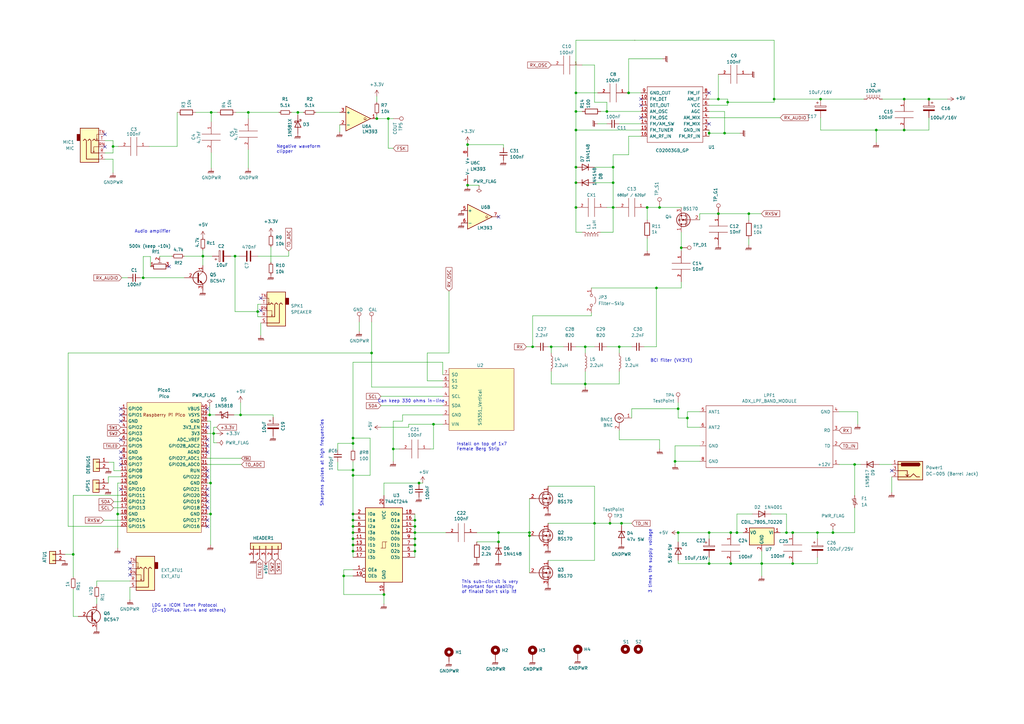
<source format=kicad_sch>
(kicad_sch (version 20211123) (generator eeschema)
  (paper "A3")
  (title_block (title "PDX++ - Pi Pico based DIGITAL MODES HF Transceiver") (date "2022-11-22") (rev "v0.2") (company "WB2CBA, VU3CER"))
  (junction (at 307.1368 87.63))
  (junction (at 290.83 218.44))
  (junction (at 30.0228 227.3808))
  (junction (at 170.18 223.52))
  (junction (at 322.58 218.44))
  (junction (at 144.78 213.36))
  (junction (at 236.22 85.09))
  (junction (at 170.18 226.06))
  (junction (at 144.78 181.864))
  (junction (at 281.94 171.45))
  (junction (at 236.22 53.34))
  (junction (at 218.44 142.24))
  (junction (at 86.36 210.82))
  (junction (at 46.355 60.071))
  (junction (at 248.92 45.72))
  (junction (at 217.17 219.71))
  (junction (at 341.63 218.44))
  (junction (at 170.18 215.9))
  (junction (at 170.18 213.36))
  (junction (at 240.03 157.48))
  (junction (at 86.36 198.12))
  (junction (at 276.86 189.23))
  (junction (at 226.06 142.24))
  (junction (at 171.8564 198.12))
  (junction (at 312.42 231.14))
  (junction (at 325.12 231.14))
  (junction (at 83.2104 105.0544))
  (junction (at 157.48 243.84))
  (junction (at 251.46 68.58))
  (junction (at 191.77 59.309))
  (junction (at 217.17 218.44))
  (junction (at 251.46 74.93))
  (junction (at 297.18 54.61))
  (junction (at 254.9144 214.63))
  (junction (at 350.52 190.5))
  (junction (at 154.559 48.641))
  (junction (at 236.22 45.72))
  (junction (at 265.43 85.09))
  (junction (at 240.03 142.24))
  (junction (at 204.47 222.25))
  (junction (at 251.46 85.09))
  (junction (at 325.12 218.44))
  (junction (at 254 142.24))
  (junction (at 298.45 41.91))
  (junction (at 317.5 40.64))
  (junction (at 48.26 210.82))
  (junction (at 370.84 53.34))
  (junction (at 278.13 167.64))
  (junction (at 98.6536 170.18))
  (junction (at 381 40.64))
  (junction (at 370.84 40.64))
  (junction (at 87.63 177.8))
  (junction (at 236.22 74.93))
  (junction (at 144.78 192.786))
  (junction (at 279.4 101.6))
  (junction (at 250.19 214.63))
  (junction (at 144.78 218.44))
  (junction (at 302.26 218.44))
  (junction (at 96.393 105.0544))
  (junction (at 236.22 38.1))
  (junction (at 161.29 184.15))
  (junction (at 85.979 170.18))
  (junction (at 335.28 218.44))
  (junction (at 243.84 214.63))
  (junction (at 170.18 220.98))
  (junction (at 122.174 46.101))
  (junction (at 177.8 173.99))
  (junction (at 144.78 179.6796))
  (junction (at 299.72 218.44))
  (junction (at 299.72 231.14))
  (junction (at 191.77 75.946))
  (junction (at 294.64 40.64))
  (junction (at 278.13 218.44))
  (junction (at 144.78 210.82))
  (junction (at 144.78 215.9))
  (junction (at 105.6894 127.7874))
  (junction (at 236.22 68.58))
  (junction (at 144.78 194.9704))
  (junction (at 359.41 53.34))
  (junction (at 336.55 40.64))
  (junction (at 152.4 144.78))
  (junction (at 290.83 231.14))
  (junction (at 140.97 236.22))
  (junction (at 86.614 46.101))
  (junction (at 170.18 218.44))
  (junction (at 290.83 54.61))
  (junction (at 257.81 38.1))
  (junction (at 101.854 46.101))
  (junction (at 144.78 223.52))
  (junction (at 294.64 87.63))
  (junction (at 269.24 118.11))
  (junction (at 270.51 85.09))
  (junction (at 58.7248 113.9444))
  (junction (at 159.258 48.641))
  (junction (at 144.78 226.06))
  (junction (at 144.78 220.98))
  (junction (at 204.47 218.44))
  (no_connect (at 49.53 172.72))
  (no_connect (at 106.9594 127.381))
  (no_connect (at 262.89 40.64))
  (no_connect (at 262.89 43.18))
  (no_connect (at 262.89 48.26))
  (no_connect (at 290.83 38.1))
  (no_connect (at 53.2892 235.7628))
  (no_connect (at 85.09 175.26))
  (no_connect (at 85.09 180.34))
  (no_connect (at 85.09 193.04))
  (no_connect (at 49.53 180.34))
  (no_connect (at 49.53 187.96))
  (no_connect (at 49.53 190.5))
  (no_connect (at 106.9594 122.301))
  (no_connect (at 53.2892 230.6828))
  (no_connect (at 43.053 55.118))
  (no_connect (at 85.09 185.42))
  (no_connect (at 49.53 167.64))
  (no_connect (at 85.09 167.64))
  (no_connect (at 85.09 203.2))
  (no_connect (at 85.09 200.66))
  (no_connect (at 85.09 195.58))
  (no_connect (at 365.76 193.04))
  (no_connect (at 49.53 200.66))
  (no_connect (at 204.47 88.9))
  (no_connect (at 85.09 182.88))
  (no_connect (at 85.09 205.74))
  (no_connect (at 85.09 208.28))
  (no_connect (at 290.83 50.8))
  (no_connect (at 49.53 170.18))
  (no_connect (at 43.053 60.198))
  (no_connect (at 85.09 213.36))
  (no_connect (at 85.09 215.9))
  (no_connect (at 49.53 185.42))
  (no_connect (at 69.342 109.3216))
  (no_connect (at 53.2892 233.2228))
  (wire (pts (xy 157.48 243.84) (xy 157.48 247.65)))
  (wire (pts (xy 226.06 152.4) (xy 226.06 157.48)))
  (wire (pts (xy 161.29 172.72) (xy 161.29 184.15)))
  (wire (pts (xy 144.78 220.98) (xy 144.78 223.52)))
  (wire (pts (xy 85.09 172.72) (xy 86.36 172.72)))
  (wire (pts (xy 251.46 85.09) (xy 251.46 74.93)))
  (wire (pts (xy 246.38 45.72) (xy 248.92 45.72)))
  (wire (pts (xy 204.47 218.44) (xy 217.17 218.44)))
  (wire (pts (xy 259.08 171.45) (xy 259.08 167.64)))
  (wire (pts (xy 290.83 231.14) (xy 290.83 228.6)))
  (wire (pts (xy 236.22 85.09) (xy 236.22 95.25)))
  (wire (pts (xy 294.64 30.48) (xy 294.64 40.64)))
  (wire (pts (xy 243.84 68.58) (xy 251.46 68.58)))
  (wire (pts (xy 191.77 75.946) (xy 196.469 75.946)))
  (wire (pts (xy 112.014 171.0944) (xy 112.014 170.18)))
  (wire (pts (xy 138.557 189.484) (xy 138.557 192.786)))
  (wire (pts (xy 243.84 199.39) (xy 243.84 214.63)))
  (wire (pts (xy 243.84 41.91) (xy 248.92 41.91)))
  (wire (pts (xy 297.18 54.61) (xy 290.83 54.61)))
  (wire (pts (xy 154.559 46.99) (xy 154.559 48.641)))
  (wire (pts (xy 320.04 218.44) (xy 322.58 218.44)))
  (wire (pts (xy 75.5904 105.0544) (xy 83.2104 105.0544)))
  (wire (pts (xy 170.18 220.98) (xy 170.18 223.52)))
  (wire (pts (xy 30.0228 203.2) (xy 30.0228 227.3808)))
  (wire (pts (xy 154.559 39.497) (xy 154.559 41.91)))
  (wire (pts (xy 181.61 170.18) (xy 165.1 170.18)))
  (wire (pts (xy 238.76 45.72) (xy 236.22 45.72)))
  (wire (pts (xy 65.532 105.0544) (xy 65.532 105.5116)))
  (wire (pts (xy 254.9144 215.4428) (xy 254.9144 214.63)))
  (wire (pts (xy 44.45 195.58) (xy 44.45 198.12)))
  (wire (pts (xy 85.09 198.12) (xy 86.36 198.12)))
  (wire (pts (xy 246.38 95.25) (xy 251.46 95.25)))
  (wire (pts (xy 58.7248 113.9444) (xy 75.5904 113.9444)))
  (wire (pts (xy 381 40.64) (xy 388.62 40.64)))
  (wire (pts (xy 96.774 46.101) (xy 101.854 46.101)))
  (wire (pts (xy 159.258 60.833) (xy 161.29 60.833)))
  (wire (pts (xy 191.77 59.309) (xy 206.502 59.309)))
  (wire (pts (xy 85.09 187.96) (xy 99.06 187.96)))
  (wire (pts (xy 46.355 65.278) (xy 46.355 70.866)))
  (wire (pts (xy 281.94 168.91) (xy 287.02 168.91)))
  (wire (pts (xy 238.76 26.67) (xy 243.84 26.67)))
  (wire (pts (xy 270.51 184.15) (xy 270.51 180.34)))
  (wire (pts (xy 317.5 16.51) (xy 317.5 40.64)))
  (wire (pts (xy 365.76 195.58) (xy 365.76 201.93)))
  (wire (pts (xy 144.78 148.59) (xy 144.78 179.6796)))
  (wire (pts (xy 269.24 118.11) (xy 279.4 118.11)))
  (wire (pts (xy 173.3804 198.0184) (xy 173.3804 198.12)))
  (wire (pts (xy 171.8564 198.12) (xy 173.3804 198.12)))
  (wire (pts (xy 27.94 144.78) (xy 152.4 144.78)))
  (wire (pts (xy 181.61 158.75) (xy 152.4 158.75)))
  (wire (pts (xy 269.24 118.11) (xy 269.24 142.24)))
  (wire (pts (xy 317.5 40.64) (xy 336.55 40.64)))
  (wire (pts (xy 85.09 177.8) (xy 87.63 177.8)))
  (wire (pts (xy 281.94 171.45) (xy 278.13 171.45)))
  (wire (pts (xy 191.77 75.692) (xy 191.77 75.946)))
  (wire (pts (xy 96.393 105.0544) (xy 98.171 105.0544)))
  (wire (pts (xy 243.84 214.63) (xy 243.84 229.87)))
  (wire (pts (xy 344.17 190.5) (xy 350.52 190.5)))
  (wire (pts (xy 254 50.8) (xy 262.89 50.8)))
  (wire (pts (xy 83.2104 102.5144) (xy 83.2104 105.0544)))
  (wire (pts (xy 281.94 168.91) (xy 281.94 171.45)))
  (wire (pts (xy 49.53 198.12) (xy 48.26 198.12)))
  (wire (pts (xy 217.17 218.44) (xy 217.17 219.71)))
  (wire (pts (xy 86.614 46.101) (xy 86.614 49.911)))
  (wire (pts (xy 317.5 40.64) (xy 317.5 41.91)))
  (wire (pts (xy 163.83 184.15) (xy 161.29 184.15)))
  (wire (pts (xy 270.51 85.09) (xy 265.43 85.09)))
  (wire (pts (xy 39.6748 238.3028) (xy 39.6748 240.2332)))
  (wire (pts (xy 86.36 210.82) (xy 86.36 223.52)))
  (wire (pts (xy 30.0228 203.2) (xy 49.53 203.2)))
  (wire (pts (xy 218.44 129.54) (xy 242.57 129.54)))
  (wire (pts (xy 312.42 231.14) (xy 299.72 231.14)))
  (wire (pts (xy 30.0228 252.8316) (xy 32.0548 252.8316)))
  (wire (pts (xy 106.9594 124.841) (xy 105.6894 124.841)))
  (wire (pts (xy 144.78 179.6796) (xy 151.7904 179.6796)))
  (wire (pts (xy 144.78 148.59) (xy 181.61 148.59)))
  (wire (pts (xy 138.557 192.786) (xy 144.78 192.786)))
  (wire (pts (xy 278.13 231.14) (xy 290.83 231.14)))
  (wire (pts (xy 287.02 87.63) (xy 294.64 87.63)))
  (wire (pts (xy 312.42 226.06) (xy 312.42 231.14)))
  (wire (pts (xy 157.48 198.12) (xy 157.48 203.2)))
  (wire (pts (xy 290.83 218.44) (xy 299.72 218.44)))
  (wire (pts (xy 336.55 53.34) (xy 359.41 53.34)))
  (wire (pts (xy 336.55 40.64) (xy 354.33 40.64)))
  (wire (pts (xy 43.053 57.658) (xy 46.355 57.658)))
  (wire (pts (xy 144.78 233.68) (xy 140.97 233.68)))
  (wire (pts (xy 46.355 60.071) (xy 48.514 60.071)))
  (wire (pts (xy 144.78 215.9) (xy 144.78 213.36)))
  (wire (pts (xy 278.13 167.64) (xy 278.13 171.45)))
  (wire (pts (xy 46.355 60.071) (xy 46.355 62.738)))
  (wire (pts (xy 370.84 40.64) (xy 381 40.64)))
  (wire (pts (xy 279.4 115.57) (xy 279.4 118.11)))
  (wire (pts (xy 236.22 53.34) (xy 236.22 45.72)))
  (wire (pts (xy 195.58 218.44) (xy 204.47 218.44)))
  (wire (pts (xy 254.9144 214.63) (xy 259.08 214.63)))
  (wire (pts (xy 85.09 210.82) (xy 86.36 210.82)))
  (wire (pts (xy 265.43 97.79) (xy 265.43 102.87)))
  (wire (pts (xy 240.03 142.24) (xy 243.84 142.24)))
  (wire (pts (xy 204.47 222.25) (xy 195.58 222.25)))
  (wire (pts (xy 87.63 177.8) (xy 87.63 181.61)))
  (wire (pts (xy 236.22 68.58) (xy 236.22 53.34)))
  (wire (pts (xy 72.644 46.101) (xy 72.644 60.071)))
  (wire (pts (xy 254 152.4) (xy 254 157.48)))
  (wire (pts (xy 248.92 142.24) (xy 254 142.24)))
  (wire (pts (xy 122.174 47.117) (xy 122.174 46.101)))
  (wire (pts (xy 276.86 189.23) (xy 276.86 190.5)))
  (wire (pts (xy 236.22 142.24) (xy 240.03 142.24)))
  (wire (pts (xy 215.9 142.24) (xy 218.44 142.24)))
  (wire (pts (xy 224.79 214.63) (xy 243.84 214.63)))
  (wire (pts (xy 302.26 218.44) (xy 304.8 218.44)))
  (wire (pts (xy 43.053 65.278) (xy 46.355 65.278)))
  (wire (pts (xy 242.57 129.54) (xy 242.57 128.27)))
  (wire (pts (xy 61.722 109.3216) (xy 61.722 105.2068)))
  (wire (pts (xy 307.1368 97.9424) (xy 307.1368 100.4824)))
  (wire (pts (xy 87.63 177.8) (xy 87.63 175.26)))
  (wire (pts (xy 276.86 182.88) (xy 276.86 189.23)))
  (wire (pts (xy 94.6404 105.0544) (xy 96.393 105.0544)))
  (wire (pts (xy 86.36 198.12) (xy 86.36 210.82)))
  (wire (pts (xy 360.68 190.5) (xy 365.76 190.5)))
  (wire (pts (xy 144.78 210.82) (xy 144.78 213.36)))
  (wire (pts (xy 281.94 175.26) (xy 287.02 175.26)))
  (wire (pts (xy 191.77 58.674) (xy 191.77 59.309)))
  (wire (pts (xy 359.41 58.42) (xy 359.41 53.34)))
  (wire (pts (xy 290.83 43.18) (xy 298.45 43.18)))
  (wire (pts (xy 322.58 210.82) (xy 322.58 218.44)))
  (wire (pts (xy 157.48 198.12) (xy 171.8564 198.12)))
  (wire (pts (xy 161.3408 48.641) (xy 159.258 48.641)))
  (wire (pts (xy 167.64 175.26) (xy 167.64 173.99)))
  (wire (pts (xy 370.84 40.64) (xy 361.95 40.64)))
  (wire (pts (xy 58.7248 105.2068) (xy 58.7248 113.9444)))
  (wire (pts (xy 303.53 54.61) (xy 297.18 54.61)))
  (wire (pts (xy 335.28 231.14) (xy 325.12 231.14)))
  (wire (pts (xy 154.559 48.641) (xy 159.258 48.641)))
  (wire (pts (xy 254 176.53) (xy 254 180.34)))
  (wire (pts (xy 290.83 45.72) (xy 297.18 45.72)))
  (wire (pts (xy 279.4 85.09) (xy 270.51 85.09)))
  (wire (pts (xy 26.67 227.3808) (xy 30.0228 227.3808)))
  (wire (pts (xy 48.26 210.82) (xy 49.53 210.82)))
  (wire (pts (xy 96.393 127.7874) (xy 105.6894 127.7874)))
  (wire (pts (xy 52.4764 113.9444) (xy 49.9364 113.9444)))
  (wire (pts (xy 344.17 168.91) (xy 351.79 168.91)))
  (wire (pts (xy 335.28 218.44) (xy 341.63 218.44)))
  (wire (pts (xy 48.26 198.12) (xy 48.26 210.82)))
  (wire (pts (xy 294.64 87.63) (xy 307.1368 87.63)))
  (wire (pts (xy 95.9612 170.18) (xy 98.6536 170.18)))
  (wire (pts (xy 279.4 101.6) (xy 279.4 102.87)))
  (wire (pts (xy 287.02 87.63) (xy 287.02 90.17)))
  (wire (pts (xy 335.28 228.6) (xy 335.28 231.14)))
  (wire (pts (xy 165.1 170.18) (xy 165.1 172.72)))
  (wire (pts (xy 278.13 222.25) (xy 278.13 218.44)))
  (wire (pts (xy 217.17 219.71) (xy 217.17 234.95)))
  (wire (pts (xy 240.03 142.24) (xy 240.03 144.78)))
  (wire (pts (xy 170.18 220.98) (xy 170.18 218.44)))
  (wire (pts (xy 144.78 194.9704) (xy 151.7904 194.9704)))
  (wire (pts (xy 144.78 194.9704) (xy 144.78 210.82)))
  (wire (pts (xy 129.54 46.101) (xy 139.319 46.101)))
  (wire (pts (xy 106.9594 129.921) (xy 105.6894 129.921)))
  (wire (pts (xy 248.92 85.09) (xy 251.46 85.09)))
  (wire (pts (xy 86.614 46.101) (xy 89.154 46.101)))
  (wire (pts (xy 299.72 231.14) (xy 290.83 231.14)))
  (wire (pts (xy 191.77 59.309) (xy 191.77 60.452)))
  (wire (pts (xy 46.7106 193.04) (xy 46.7106 189.5602)))
  (wire (pts (xy 53.2892 238.3028) (xy 39.6748 238.3028)))
  (wire (pts (xy 85.09 170.18) (xy 85.979 170.18)))
  (wire (pts (xy 106.9594 132.461) (xy 106.9594 137.541)))
  (wire (pts (xy 381 48.26) (xy 381 53.34)))
  (wire (pts (xy 297.18 45.72) (xy 297.18 54.61)))
  (wire (pts (xy 65.532 105.0544) (xy 70.5104 105.0544)))
  (wire (pts (xy 144.78 179.6796) (xy 144.78 181.864)))
  (wire (pts (xy 48.26 210.82) (xy 48.26 224.79)))
  (wire (pts (xy 251.46 74.93) (xy 251.46 68.58)))
  (wire (pts (xy 251.46 68.58) (xy 251.46 63.5)))
  (wire (pts (xy 370.84 53.34) (xy 381 53.34)))
  (wire (pts (xy 182.88 218.44) (xy 170.18 218.44)))
  (wire (pts (xy 242.57 118.11) (xy 269.24 118.11)))
  (wire (pts (xy 144.78 215.9) (xy 144.78 218.44)))
  (wire (pts (xy 370.84 53.34) (xy 359.41 53.34)))
  (wire (pts (xy 156.21 162.56) (xy 181.61 162.56)))
  (wire (pts (xy 204.47 218.44) (xy 204.47 222.25)))
  (wire (pts (xy 44.45 195.58) (xy 49.53 195.58)))
  (wire (pts (xy 278.13 218.44) (xy 290.83 218.44)))
  (wire (pts (xy 278.13 229.87) (xy 278.13 231.14)))
  (wire (pts (xy 147.32 132.08) (xy 147.32 135.89)))
  (wire (pts (xy 243.84 229.87) (xy 224.79 229.87)))
  (wire (pts (xy 144.78 220.98) (xy 144.78 218.44)))
  (wire (pts (xy 170.18 215.9) (xy 170.18 218.44)))
  (wire (pts (xy 243.84 214.63) (xy 250.19 214.63)))
  (wire (pts (xy 350.52 190.5) (xy 350.52 203.2)))
  (wire (pts (xy 279.4 95.25) (xy 279.4 101.6)))
  (wire (pts (xy 86.36 172.72) (xy 86.36 198.12)))
  (wire (pts (xy 250.19 214.63) (xy 254.9144 214.63)))
  (wire (pts (xy 290.83 53.34) (xy 290.83 54.61)))
  (wire (pts (xy 259.08 167.64) (xy 278.13 167.64)))
  (wire (pts (xy 226.06 144.78) (xy 226.06 142.24)))
  (wire (pts (xy 156.21 175.26) (xy 167.64 175.26)))
  (wire (pts (xy 196.469 75.946) (xy 196.469 76.327)))
  (wire (pts (xy 312.42 231.14) (xy 325.12 231.14)))
  (wire (pts (xy 191.77 75.946) (xy 191.77 76.327)))
  (wire (pts (xy 85.979 166.497) (xy 85.979 170.18)))
  (wire (pts (xy 236.22 38.1) (xy 245.11 38.1)))
  (wire (pts (xy 98.6536 165.1) (xy 98.6536 170.18)))
  (wire (pts (xy 254 142.24) (xy 254 144.78)))
  (wire (pts (xy 265.43 90.17) (xy 265.43 85.09)))
  (wire (pts (xy 245.11 50.8) (xy 248.92 50.8)))
  (wire (pts (xy 248.92 41.91) (xy 248.92 45.72)))
  (wire (pts (xy 299.72 218.44) (xy 302.26 218.44)))
  (wire (pts (xy 138.557 181.864) (xy 144.78 181.864)))
  (wire (pts (xy 46.355 57.658) (xy 46.355 60.071)))
  (wire (pts (xy 111.125 101.2444) (xy 111.125 107.5944)))
  (wire (pts (xy 27.94 144.78) (xy 27.94 215.9)))
  (wire (pts (xy 218.44 142.24) (xy 218.44 129.54)))
  (wire (pts (xy 298.45 40.64) (xy 294.64 40.64)))
  (wire (pts (xy 39.6748 245.3132) (xy 39.6748 247.7516)))
  (wire (pts (xy 298.45 40.64) (xy 298.45 41.91)))
  (wire (pts (xy 46.5328 208.28) (xy 49.53 208.28)))
  (wire (pts (xy 257.81 55.88) (xy 262.89 55.88)))
  (wire (pts (xy 152.4 144.78) (xy 152.4 158.75)))
  (wire (pts (xy 144.78 192.786) (xy 144.78 194.9704)))
  (wire (pts (xy 96.393 105.0544) (xy 96.393 127.7874)))
  (wire (pts (xy 181.61 148.59) (xy 181.61 153.67)))
  (wire (pts (xy 140.97 236.22) (xy 140.97 243.84)))
  (wire (pts (xy 307.1368 90.3224) (xy 307.1368 87.63)))
  (wire (pts (xy 175.26 144.78) (xy 175.26 156.21)))
  (wire (pts (xy 290.83 55.88) (xy 290.83 54.61)))
  (wire (pts (xy 177.8 184.15) (xy 177.8 173.99)))
  (wire (pts (xy 159.258 48.641) (xy 159.258 60.833)))
  (wire (pts (xy 307.1368 87.63) (xy 312.2676 87.63)))
  (wire (pts (xy 144.78 181.864) (xy 144.78 184.277)))
  (wire (pts (xy 262.89 38.1) (xy 257.81 38.1)))
  (wire (pts (xy 336.55 48.26) (xy 336.55 53.34)))
  (wire (pts (xy 61.722 105.2068) (xy 58.7248 105.2068)))
  (wire (pts (xy 264.16 142.24) (xy 269.24 142.24)))
  (wire (pts (xy 240.03 157.48) (xy 240.03 152.4)))
  (wire (pts (xy 30.0228 241.7572) (xy 30.0228 252.8316)))
  (wire (pts (xy 325.12 218.44) (xy 335.28 218.44)))
  (wire (pts (xy 118.3894 102.9208) (xy 118.3894 105.0544)))
  (wire (pts (xy 87.63 181.61) (xy 88.9 181.61)))
  (wire (pts (xy 144.78 226.06) (xy 144.78 228.6)))
  (wire (pts (xy 236.22 45.72) (xy 236.22 38.1)))
  (wire (pts (xy 243.84 26.67) (xy 243.84 41.91)))
  (wire (pts (xy 254 157.48) (xy 240.03 157.48)))
  (wire (pts (xy 43.053 62.738) (xy 46.355 62.738)))
  (wire (pts (xy 312.42 236.22) (xy 312.42 231.14)))
  (wire (pts (xy 170.18 215.9) (xy 170.18 213.36)))
  (wire (pts (xy 206.502 60.579) (xy 206.502 59.309)))
  (wire (pts (xy 140.97 233.68) (xy 140.97 236.22)))
  (wire (pts (xy 122.174 46.101) (xy 124.46 46.101)))
  (wire (pts (xy 101.854 61.341) (xy 101.854 68.961)))
  (wire (pts (xy 85.09 190.5) (xy 99.06 190.5)))
  (wire (pts (xy 236.22 85.09) (xy 236.22 74.93)))
  (wire (pts (xy 351.79 168.91) (xy 351.79 173.99)))
  (wire (pts (xy 278.13 165.1) (xy 278.13 167.64)))
  (wire (pts (xy 152.4 132.08) (xy 152.4 144.78)))
  (wire (pts (xy 42.5196 213.36) (xy 49.53 213.36)))
  (wire (pts (xy 251.46 63.5) (xy 257.81 63.5)))
  (wire (pts (xy 87.63 177.8) (xy 88.9 177.8)))
  (wire (pts (xy 53.2892 240.8428) (xy 53.2892 245.9228)))
  (wire (pts (xy 236.22 74.93) (xy 236.22 68.58)))
  (wire (pts (xy 317.5 41.91) (xy 298.45 41.91)))
  (wire (pts (xy 257.81 63.5) (xy 257.81 55.88)))
  (wire (pts (xy 350.52 208.28) (xy 350.52 218.44)))
  (wire (pts (xy 290.83 220.98) (xy 290.83 218.44)))
  (wire (pts (xy 238.76 95.25) (xy 236.22 95.25)))
  (wire (pts (xy 287.02 182.88) (xy 276.86 182.88)))
  (wire (pts (xy 176.53 184.15) (xy 177.8 184.15)))
  (wire (pts (xy 151.7904 179.6796) (xy 151.7904 194.9704)))
  (wire (pts (xy 86.614 62.611) (xy 86.614 68.961)))
  (wire (pts (xy 138.557 184.404) (xy 138.557 181.864)))
  (wire (pts (xy 243.84 74.93) (xy 251.46 74.93)))
  (wire (pts (xy 287.02 189.23) (xy 276.86 189.23)))
  (wire (pts (xy 165.1 172.72) (xy 161.29 172.72)))
  (wire (pts (xy 281.94 171.45) (xy 281.94 175.26)))
  (wire (pts (xy 226.06 142.24) (xy 231.14 142.24)))
  (wire (pts (xy 240.03 157.48) (xy 240.03 158.75)))
  (wire (pts (xy 224.79 142.24) (xy 226.06 142.24)))
  (wire (pts (xy 335.28 220.98) (xy 335.28 218.44)))
  (wire (pts (xy 177.8 173.99) (xy 181.61 173.99)))
  (wire (pts (xy 175.26 156.21) (xy 181.61 156.21)))
  (wire (pts (xy 298.45 41.91) (xy 298.45 43.18)))
  (wire (pts (xy 139.319 51.181) (xy 139.319 54.102)))
  (wire (pts (xy 87.63 175.26) (xy 88.9 175.26)))
  (wire (pts (xy 251.46 85.09) (xy 251.46 95.25)))
  (wire (pts (xy 254 180.34) (xy 270.51 180.34)))
  (wire (pts (xy 156.21 166.37) (xy 181.61 166.37)))
  (wire (pts (xy 290.83 48.26) (xy 320.04 48.26)))
  (wire (pts (xy 161.29 184.15) (xy 161.29 189.23)))
  (wire (pts (xy 170.18 226.06) (xy 170.18 223.52)))
  (wire (pts (xy 251.46 85.09) (xy 252.73 85.09)))
  (wire (pts (xy 350.52 190.5) (xy 353.06 190.5)))
  (wire (pts (xy 302.26 218.44) (xy 302.26 210.82)))
  (wire (pts (xy 171.8564 198.7296) (xy 171.8564 198.12)))
  (wire (pts (xy 101.854 46.101) (xy 114.427 46.101)))
  (wire (pts (xy 294.64 40.64) (xy 290.83 40.64)))
  (wire (pts (xy 254 142.24) (xy 259.08 142.24)))
  (wire (pts (xy 248.92 45.72) (xy 262.89 45.72)))
  (wire (pts (xy 236.22 53.34) (xy 262.89 53.34)))
  (wire (pts (xy 105.6894 124.841) (xy 105.6894 127.7874)))
  (wire (pts (xy 170.18 226.06) (xy 170.18 228.6)))
  (wire (pts (xy 85.979 170.18) (xy 88.3412 170.18)))
  (wire (pts (xy 105.6894 127.7874) (xy 105.6894 129.921)))
  (wire (pts (xy 224.79 199.39) (xy 243.84 199.39)))
  (wire (pts (xy 226.06 157.48) (xy 240.03 157.48)))
  (wire (pts (xy 30.0228 227.3808) (xy 30.0228 236.6772)))
  (wire (pts (xy 61.214 60.071) (xy 72.644 60.071)))
  (wire (pts (xy 184.15 144.78) (xy 184.15 119.38)))
  (wire (pts (xy 322.58 218.44) (xy 325.12 218.44)))
  (wire (pts (xy 341.63 217.17) (xy 341.63 218.44)))
  (wire (pts (xy 218.44 142.24) (xy 219.71 142.24)))
  (wire (pts (xy 236.22 38.1) (xy 236.22 16.51)))
  (wire (pts (xy 105.791 105.0544) (xy 118.3894 105.0544)))
  (wire (pts (xy 236.22 16.51) (xy 317.5 16.51)))
  (wire (pts (xy 175.26 144.78) (xy 184.15 144.78)))
  (wire (pts (xy 122.174 46.101) (xy 119.507 46.101)))
  (wire (pts (xy 257.81 24.13) (xy 271.78 24.13)))
  (wire (pts (xy 83.2104 105.0544) (xy 83.2104 108.8644)))
  (wire (pts (xy 144.78 223.52) (xy 144.78 226.06)))
  (wire (pts (xy 140.97 243.84) (xy 157.48 243.84)))
  (wire (pts (xy 167.64 173.99) (xy 177.8 173.99)))
  (wire (pts (xy 257.81 38.1) (xy 257.81 24.13)))
  (wire (pts (xy 86.614 46.101) (xy 80.264 46.101)))
  (wire (pts (xy 341.63 218.44) (xy 350.52 218.44)))
  (wire (pts (xy 170.18 210.82) (xy 170.18 213.36)))
  (wire (pts (xy 98.6536 170.18) (xy 112.014 170.18)))
  (wire (pts (xy 144.78 189.357) (xy 144.78 192.786)))
  (wire (pts (xy 101.854 46.101) (xy 101.854 48.641)))
  (wire (pts (xy 316.23 210.82) (xy 322.58 210.82)))
  (wire (pts (xy 217.17 204.47) (xy 217.17 218.44)))
  (wire (pts (xy 83.2104 105.0544) (xy 87.0204 105.0544)))
  (wire (pts (xy 57.5564 113.9444) (xy 58.7248 113.9444)))
  (wire (pts (xy 44.577 189.5602) (xy 46.7106 189.5602)))
  (wire (pts (xy 144.78 236.22) (xy 140.97 236.22)))
  (wire (pts (xy 302.26 210.82) (xy 308.61 210.82)))
  (wire (pts (xy 49.53 193.04) (xy 46.7106 193.04)))
  (wire (pts (xy 27.94 215.9) (xy 49.53 215.9)))
  (wire (pts (xy 46.5836 205.74) (xy 49.53 205.74)))
  (text "Install on top of 1x7 \nFemale Berg Strip" (at 187.2488 185.0136 0) (effects (font (size 1.27 1.27)) (justify left bottom)))
  (text "This sub-circuit is very \nimportant for stability\nof finals! Don't skip it!" (at 189.3316 243.5606 0) (effects (font (size 1.27 1.27)) (justify left bottom)))
  (text "Audio amplifier" (at 55.1942 95.7326 0) (effects (font (size 1.27 1.27)) (justify left bottom)))
  (text "Can keep 330 ohms in-line" (at 154.94 165.3286 0) (effects (font (size 1.27 1.27)) (justify left bottom)))
  (text "Sharpens pulses at high frequencies" (at 132.7912 172.0088 270) (effects (font (size 1.27 1.27)) (justify right bottom)))
  (text "Negative waveform\nclipper" (at 113.411 62.992 0) (effects (font (size 1.27 1.27)) (justify left bottom)))
  (text "LDG + ICOM Tuner Protocol\n(Z-100Plus, AH-4 and others)" (at 62.23 251.206 0) (effects (font (size 1.27 1.27)) (justify left bottom)))
  (text "BCI filter (VK3YE)" (at 266.7 148.717 0) (effects (font (size 1.27 1.27)) (justify left bottom)))
  (text "3 times the supply voltage" (at 267.4112 243.3828 90) (effects (font (size 1.27 1.27)) (justify left bottom)))
  (global_label "SDA" (shape input) (at 46.5836 205.74 180) (property "Intersheet References" "${INTERSHEET_REFS}" (effects hide)))
  (global_label "RX_AUDIO" (shape input) (at 320.04 48.26 0) (property "Intersheet References" "${INTERSHEET_REFS}" (effects hide)))
  (global_label "TXLED" (shape input) (at 49.53 182.88 180) (effects (font (size 1.1 1.1))) (property "Intersheet References" "${INTERSHEET_REFS}" (effects hide)))
  (global_label "SW1" (shape input) (at 49.53 175.26 180) (effects (font (size 1.1 1.1))) (property "Intersheet References" "${INTERSHEET_REFS}" (effects hide)))
  (global_label "SW2" (shape input) (at 111.5568 229.0826 270) (property "Intersheet References" "${INTERSHEET_REFS}" (effects hide)))
  (global_label "SW2" (shape input) (at 49.53 177.8 180) (effects (font (size 1.1 1.1))) (property "Intersheet References" "${INTERSHEET_REFS}" (effects hide)))
  (global_label "TD_IN" (shape input) (at 259.08 214.63 0) (property "Intersheet References" "${INTERSHEET_REFS}" (effects hide)))
  (global_label "FSK" (shape input) (at 99.06 187.96 0) (effects (font (size 0.762 0.762))) (property "Intersheet References" "${INTERSHEET_REFS}" (effects hide)))
  (global_label "RXSW" (shape input) (at 42.5196 213.36 180) (property "Intersheet References" "${INTERSHEET_REFS}" (effects hide)))
  (global_label "TXLED" (shape input) (at 106.4768 229.0826 270) (property "Intersheet References" "${INTERSHEET_REFS}" (effects hide)))
  (global_label "+3.3V" (shape input) (at 88.9 175.26 0) (property "Intersheet References" "${INTERSHEET_REFS}" (effects hide)))
  (global_label "FSK" (shape input) (at 161.29 60.833 0) (property "Intersheet References" "${INTERSHEET_REFS}" (effects hide)))
  (global_label "SCL" (shape input) (at 156.21 162.56 180) (property "Intersheet References" "${INTERSHEET_REFS}" (effects hide)))
  (global_label "TO_ADC" (shape input) (at 118.3894 102.9208 90) (property "Intersheet References" "${INTERSHEET_REFS}" (effects hide)))
  (global_label "TO_ADC" (shape input) (at 99.06 190.5 0) (property "Intersheet References" "${INTERSHEET_REFS}" (effects hide)))
  (global_label "SDA" (shape input) (at 156.21 166.37 180) (property "Intersheet References" "${INTERSHEET_REFS}" (effects hide)))
  (global_label "SW1" (shape input) (at 114.0968 229.0826 270) (property "Intersheet References" "${INTERSHEET_REFS}" (effects hide)))
  (global_label "RX" (shape input) (at 215.9 142.24 180) (property "Intersheet References" "${INTERSHEET_REFS}" (effects hide)))
  (global_label "TD_IN" (shape input) (at 344.17 182.88 0) (property "Intersheet References" "${INTERSHEET_REFS}" (effects hide)))
  (global_label "SCL" (shape input) (at 46.5328 208.28 180) (property "Intersheet References" "${INTERSHEET_REFS}" (effects hide)))
  (global_label "RXSW" (shape input) (at 312.2676 87.63 0) (property "Intersheet References" "${INTERSHEET_REFS}" (effects hide)))
  (global_label "RX_OSC" (shape input) (at 226.06 26.67 180) (property "Intersheet References" "${INTERSHEET_REFS}" (effects hide)))
  (global_label "RX" (shape input) (at 344.17 176.53 0) (property "Intersheet References" "${INTERSHEET_REFS}" (effects hide)))
  (global_label "RX_AUDIO" (shape input) (at 49.9364 113.9444 180) (property "Intersheet References" "${INTERSHEET_REFS}" (effects hide)))
  (global_label "RX_OSC" (shape input) (at 184.15 119.38 90) (property "Intersheet References" "${INTERSHEET_REFS}" (effects hide)))
  (symbol (lib_id "pspice:CAP") (at 189.23 218.44 270) (unit 1)
    (property "Reference" "C22" (at 189.23 210.439 90))
    (property "Value" "100nF" (at 189.23 212.7504 90))
    (property "Footprint" "Capacitor_THT:C_Disc_D3.0mm_W1.6mm_P2.50mm" (effects hide))
  )
  (symbol (lib_id "ADX-rescue:SI535X_Module-VFO-ESP-WSPR-PCB-TTL-PA_FINAL-rescue-DIGI_UNO_TX-rescue-DTX-rescue") (at 196.85 163.83 0) (unit 1)
    (property "Reference" "U2" (at 195.58 149.86 0) (effects (justify left)))
    (property "Value" "SI5351_Vertical" (at 196.85 174.625 90) (effects (justify left)))
    (property "Footprint" "VFO_footprint:SI5351 Module_Vertical" (effects hide))
  )
  (symbol (lib_id "power:GNDPWR") (at 270.51 184.15 0) (mirror y) (unit 1)
    (property "Reference" "#PWR0106" (effects hide))
    (property "Value" "GNDPWR" (effects hide))
  )
  (symbol (lib_id "74xx:74LS244") (at 157.48 223.52 0) (unit 1)
    (property "Reference" "U3" (at 162.56 203.2 0))
    (property "Value" "74ACT244" (at 162.56 205.74 0))
    (property "Footprint" "Package_DIP:DIP-20_W7.62mm_LongPads" (effects hide))
    (property "Datasheet" "http://www.ti.com/lit/gpn/sn74LS244" (effects hide))
  )
  (symbol (lib_id "power:GNDPWR") (at 157.48 247.65 0) (unit 1)
    (property "Reference" "#PWR0107" (effects hide))
    (property "Value" "GNDPWR" (effects hide))
  )
  (symbol (lib_id "power:GNDPWR") (at 161.29 189.23 0) (unit 1)
    (property "Reference" "#PWR0108" (effects hide))
    (property "Value" "GNDPWR" (effects hide))
  )
  (symbol (lib_id "pspice:CAP") (at 170.18 184.15 270) (unit 1)
    (property "Reference" "C21" (at 170.18 176.149 90))
    (property "Value" "100nF" (at 170.18 178.4604 90))
    (property "Footprint" "Capacitor_THT:C_Disc_D3.0mm_W1.6mm_P2.50mm" (effects hide))
  )
  (symbol (lib_id "Connector:TestPoint") (at 278.13 165.1 0) (mirror y) (unit 1)
    (property "Reference" "TP4" (at 276.6568 162.1028 0) (effects (justify left)))
    (property "Value" "TestPoint" (at 276.6568 164.4142 0) (effects (justify left)))
    (property "Footprint" "TestPoint:TestPoint_THTPad_2.0x2.0mm_Drill1.0mm" (effects hide))
  )
  (symbol (lib_id "Connector:TestPoint") (at 250.19 214.63 0) (unit 1)
    (property "Reference" "TP3" (at 251.6632 211.6328 0) (effects (justify left)))
    (property "Value" "TestPoint" (at 247.142 208.9912 0) (effects (justify left)))
    (property "Footprint" "TestPoint:TestPoint_THTPad_2.0x2.0mm_Drill1.0mm" (effects hide))
  )
  (symbol (lib_id "power:GNDPWR") (at 276.86 190.5 0) (mirror y) (unit 1)
    (property "Reference" "#PWR0103" (effects hide))
    (property "Value" "GNDPWR" (effects hide))
  )
  (symbol (lib_id "ADX-rescue:uSDX_LPF_BAND_MODULE-uSDX_LPF_BAND_Module-DIGI_UNO_TX-rescue-DTX-rescue") (at 316.23 179.07 0) (mirror x) (unit 1)
    (property "Reference" "LPF1" (at 315.595 162.179 0))
    (property "Value" "ADX_LPF_BAND_MODULE" (at 315.595 164.4904 0))
    (property "Footprint" "uSDX_LPF_BAND_MODULE:uSDX_LPF_Band_Module" (effects hide))
  )
  (symbol (lib_id "Device:R") (at 195.58 226.06 0) (unit 1)
    (property "Reference" "R20" (at 197.358 224.8916 0) (effects (justify left)))
    (property "Value" "2.2k" (at 197.358 227.203 0) (effects (justify left)))
    (property "Footprint" "Resistor_THT:R_Axial_DIN0204_L3.6mm_D1.6mm_P1.90mm_Vertical" (effects hide))
  )
  (symbol (lib_id "Device:D") (at 204.47 226.06 270) (unit 1)
    (property "Reference" "D6" (at 206.4766 224.8916 90) (effects (justify left)))
    (property "Value" "1N4148" (at 206.4766 227.203 90) (effects (justify left)))
    (property "Footprint" "Diode_THT:D_DO-35_SOD27_P2.54mm_Vertical_KathodeUp" (effects hide))
  )
  (symbol (lib_id "power:GNDPWR") (at 195.58 229.87 0) (unit 1)
    (property "Reference" "#PWR0114" (effects hide))
    (property "Value" "GNDPWR" (effects hide))
  )
  (symbol (lib_id "power:GNDPWR") (at 204.47 229.87 0) (unit 1)
    (property "Reference" "#PWR0115" (effects hide))
    (property "Value" "GNDPWR" (effects hide))
  )
  (symbol (lib_id "power:GNDPWR") (at 224.79 209.55 0) (unit 1)
    (property "Reference" "#PWR0116" (effects hide))
    (property "Value" "GNDPWR" (effects hide))
  )
  (symbol (lib_id "power:GNDPWR") (at 224.79 224.79 0) (unit 1)
    (property "Reference" "#PWR0117" (effects hide))
    (property "Value" "GNDPWR" (effects hide))
  )
  (symbol (lib_id "power:GNDPWR") (at 224.79 240.03 0) (unit 1)
    (property "Reference" "#PWR0118" (effects hide))
    (property "Value" "GNDPWR" (effects hide))
  )
  (symbol (lib_id "power:GNDPWR") (at 351.79 173.99 0) (unit 1)
    (property "Reference" "#PWR0101" (effects hide))
    (property "Value" "GNDPWR" (effects hide))
  )
  (symbol (lib_id "pspice:CAP") (at 54.864 60.071 270) (unit 1)
    (property "Reference" "C3" (at 54.864 53.086 90))
    (property "Value" "100nF" (at 54.864 54.991 90))
    (property "Footprint" "Capacitor_THT:C_Disc_D3.0mm_W1.6mm_P2.50mm" (effects hide))
  )
  (symbol (lib_id "power:GNDPWR") (at 101.854 68.961 0) (unit 1)
    (property "Reference" "#PWR0104" (effects hide))
    (property "Value" "GNDPWR" (at 101.9556 72.8726 0))
  )
  (symbol (lib_id "Device:R") (at 76.454 46.101 90) (unit 1)
    (property "Reference" "R3" (at 75.2856 44.323 0) (effects (justify left)))
    (property "Value" "10k" (at 77.597 44.323 0) (effects (justify left)))
    (property "Footprint" "Resistor_THT:R_Axial_DIN0204_L3.6mm_D1.6mm_P1.90mm_Vertical" (effects hide))
  )
  (symbol (lib_id "Device:R") (at 92.964 46.101 90) (unit 1)
    (property "Reference" "R4" (at 91.7956 44.323 0) (effects (justify left)))
    (property "Value" "10k" (at 94.107 44.323 0) (effects (justify left)))
    (property "Footprint" "Resistor_THT:R_Axial_DIN0204_L3.6mm_D1.6mm_P1.90mm_Vertical" (effects hide))
  )
  (symbol (lib_id "power:GNDPWR") (at 86.614 68.961 0) (unit 1)
    (property "Reference" "#PWR0111" (effects hide))
    (property "Value" "GNDPWR" (at 86.7156 72.8726 0))
  )
  (symbol (lib_id "pspice:CAP") (at 86.614 56.261 0) (unit 1)
    (property "Reference" "C4" (at 79.375 56.134 90))
    (property "Value" "4.7nF" (at 81.534 56.261 90))
    (property "Footprint" "Capacitor_THT:C_Disc_D3.0mm_W1.6mm_P2.50mm" (effects hide))
  )
  (symbol (lib_id "pspice:CAP") (at 101.854 54.991 0) (unit 1)
    (property "Reference" "C5" (at 95.123 54.864 90))
    (property "Value" "4.7nF" (at 96.774 54.991 90))
    (property "Footprint" "Capacitor_THT:C_Disc_D3.0mm_W1.6mm_P2.50mm" (effects hide))
  )
  (symbol (lib_id "Connector:Conn_Coaxial") (at 254 171.45 0) (mirror y) (unit 1)
    (property "Reference" "BNC1" (at 251.46 172.085 0) (effects (justify left)))
    (property "Value" "BNC" (at 251.46 174.3964 0) (effects (justify left)))
    (property "Footprint" "Connector_Coaxial:BNC_Amphenol_B6252HB-NPP3G-50_Horizontal" (effects hide))
    (property "Datasheet" " ~" (effects hide))
  )
  (symbol (lib_id "Device:D") (at 356.87 190.5 0) (unit 1)
    (property "Reference" "D9" (at 358.0384 192.5066 90) (effects (justify right)))
    (property "Value" "1N5817" (at 355.727 192.5066 90) (effects (justify right)))
    (property "Footprint" "Diode_THT:D_DO-41_SOD81_P2.54mm_Vertical_KathodeUp" (effects hide))
  )
  (symbol (lib_id "pspice:CAP") (at 294.64 93.98 0) (unit 1)
    (property "Reference" "C12" (at 299.1612 92.8116 0) (effects (justify left)))
    (property "Value" "10nF" (at 299.1612 95.123 0) (effects (justify left)))
    (property "Footprint" "Capacitor_THT:C_Disc_D3.0mm_W2.0mm_P2.50mm" (effects hide))
  )
  (symbol (lib_id "power:GNDPWR") (at 294.64 100.33 0) (unit 1)
    (property "Reference" "#PWR0135" (effects hide))
    (property "Value" "GNDPWR" (effects hide))
  )
  (symbol (lib_id "Device:R") (at 265.43 93.98 0) (unit 1)
    (property "Reference" "R11" (at 267.208 92.8116 0) (effects (justify left)))
    (property "Value" "1k" (at 267.208 95.123 0) (effects (justify left)))
    (property "Footprint" "Resistor_THT:R_Axial_DIN0204_L3.6mm_D1.6mm_P1.90mm_Vertical" (effects hide))
  )
  (symbol (lib_id "power:GNDPWR") (at 265.43 102.87 0) (unit 1)
    (property "Reference" "#PWR0136" (effects hide))
    (property "Value" "GNDPWR" (effects hide))
  )
  (symbol (lib_id "pspice:CAP") (at 279.4 109.22 0) (unit 1)
    (property "Reference" "C14" (at 283.9212 108.0516 0) (effects (justify left)))
    (property "Value" "10nF" (at 283.9212 110.363 0) (effects (justify left)))
    (property "Footprint" "Capacitor_THT:C_Disc_D3.0mm_W2.0mm_P2.50mm" (effects hide))
  )
  (symbol (lib_id "Connector:TestPoint") (at 279.4 101.6 270) (unit 1)
    (property "Reference" "TP_D1" (at 284.1752 100.4316 90) (effects (justify left)))
    (property "Value" " " (at 284.1752 102.743 90) (effects (justify left)))
    (property "Footprint" "TestPoint:TestPoint_THTPad_1.0x1.0mm_Drill0.5mm" (effects hide))
  )
  (symbol (lib_id "Mechanical:MountingHole_Pad") (at 184.15 268.732 0) (unit 1)
    (property "Reference" "H1" (at 186.69 267.4874 0) (effects (justify left)))
    (property "Value" "MountingHole_Pad" (effects hide))
    (property "Footprint" "MountingHole:MountingHole_3.2mm_M3_ISO7380_Pad" (effects hide))
  )
  (symbol (lib_id "Mechanical:MountingHole_Pad") (at 203.2 267.97 0) (unit 1)
    (property "Reference" "H2" (at 205.74 266.7254 0) (effects (justify left)))
    (property "Value" "MountingHole_Pad" (effects hide))
    (property "Footprint" "MountingHole:MountingHole_3.2mm_M3_ISO7380_Pad" (effects hide))
  )
  (symbol (lib_id "Mechanical:MountingHole_Pad") (at 218.44 267.97 0) (unit 1)
    (property "Reference" "H3" (at 220.98 266.7254 0) (effects (justify left)))
    (property "Value" "MountingHole_Pad" (effects hide))
    (property "Footprint" "MountingHole:MountingHole_3.2mm_M3_ISO7380_Pad" (effects hide))
  )
  (symbol (lib_id "Connector:TestPoint") (at 152.4 132.08 0) (unit 1)
    (property "Reference" "TP8" (effects hide))
    (property "Value" "CAL" (at 151.13 127 0) (effects (justify left)))
    (property "Footprint" "TestPoint:TestPoint_THTPad_2.0x2.0mm_Drill1.0mm" (effects hide))
  )
  (symbol (lib_id "Mechanical:MountingHole_Pad") (at 236.982 267.589 0) (unit 1)
    (property "Reference" "H4" (at 239.522 266.3444 0) (effects (justify left)))
    (property "Value" "MountingHole_Pad" (effects hide))
    (property "Footprint" "MountingHole:MountingHole_3.2mm_M3_ISO7380_Pad" (effects hide))
  )
  (symbol (lib_id "power:GNDPWR") (at 184.15 271.272 0) (unit 1)
    (property "Reference" "#PWR0133" (effects hide))
    (property "Value" "GNDPWR" (at 184.2516 275.1836 0))
  )
  (symbol (lib_id "power:GNDPWR") (at 203.2 270.51 0) (unit 1)
    (property "Reference" "#PWR0141" (effects hide))
    (property "Value" "GNDPWR" (at 203.3016 274.4216 0))
  )
  (symbol (lib_id "Connector:TestPoint") (at 270.51 85.09 0) (unit 1)
    (property "Reference" "TP_S1" (at 269.3416 80.3148 90) (effects (justify left)))
    (property "Value" " " (at 271.653 80.3148 90) (effects (justify left)))
    (property "Footprint" "TestPoint:TestPoint_THTPad_1.0x1.0mm_Drill0.5mm" (effects hide))
  )
  (symbol (lib_id "power:GNDPWR") (at 218.44 270.51 0) (unit 1)
    (property "Reference" "#PWR0142" (effects hide))
    (property "Value" "GNDPWR" (at 218.5416 274.4216 0))
  )
  (symbol (lib_id "power:GNDPWR") (at 236.982 270.129 0) (unit 1)
    (property "Reference" "#PWR0143" (effects hide))
    (property "Value" "GNDPWR" (at 237.0836 274.0406 0))
  )
  (symbol (lib_id "Connector:TestPoint") (at 147.32 132.08 0) (unit 1)
    (property "Reference" "TP7" (effects hide))
    (property "Value" "GND" (at 144.78 127 0) (effects (justify left)))
    (property "Footprint" "TestPoint:TestPoint_THTPad_2.0x2.0mm_Drill1.0mm" (effects hide))
  )
  (symbol (lib_id "power:GNDPWR") (at 147.32 135.89 0) (unit 1)
    (property "Reference" "#PWR0125" (effects hide))
    (property "Value" "GNDPWR" (at 147.4216 139.8016 0))
  )
  (symbol (lib_id "power:GNDPWR") (at 303.53 54.61 90) (unit 1)
    (property "Reference" "#PWR0129" (effects hide))
    (property "Value" "GNDPWR" (effects hide))
  )
  (symbol (lib_id "power:GNDPWR") (at 245.11 50.8 270) (unit 1)
    (property "Reference" "#PWR0131" (effects hide))
    (property "Value" "GNDPWR" (effects hide))
  )
  (symbol (lib_id "power:GNDPWR") (at 271.78 24.13 90) (unit 1)
    (property "Reference" "#PWR0132" (effects hide))
    (property "Value" "GNDPWR" (effects hide))
  )
  (symbol (lib_id "pspice:CAP") (at 251.46 38.1 270) (unit 1)
    (property "Reference" "C8" (at 251.46 30.48 90))
    (property "Value" "100nF" (at 251.46 33.02 90))
    (property "Footprint" "Capacitor_THT:C_Disc_D3.0mm_W1.6mm_P2.50mm" (effects hide))
  )
  (symbol (lib_id "Device:C_Polarized") (at 381 44.45 0) (mirror y) (unit 1)
    (property "Reference" "C16" (at 389.89 44.45 0) (effects (justify left)))
    (property "Value" "100uF/16V" (at 392.43 48.26 0) (effects (justify left)))
    (property "Footprint" "Capacitor_THT:CP_Radial_D5.0mm_P2.50mm" (effects hide))
  )
  (symbol (lib_id "pspice:CAP") (at 370.84 46.99 0) (mirror y) (unit 1)
    (property "Reference" "C15" (at 366.3188 45.8216 0) (effects (justify left)))
    (property "Value" "100nF" (at 366.3188 48.133 0) (effects (justify left)))
    (property "Footprint" "Capacitor_THT:C_Disc_D3.0mm_W1.6mm_P2.50mm" (effects hide))
  )
  (symbol (lib_id "Device:L_Ferrite") (at 358.14 40.64 270) (mirror x) (unit 1)
    (property "Reference" "L2" (at 358.14 34.925 90))
    (property "Value" "100uH" (at 358.14 37.2364 90))
    (property "Footprint" "Resistor_THT:R_Axial_DIN0204_L3.6mm_D1.6mm_P2.54mm_Vertical" (effects hide))
  )
  (symbol (lib_id "Device:C_Polarized") (at 336.55 44.45 0) (unit 1)
    (property "Reference" "C17" (at 331.089 47.752 0) (effects (justify left)))
    (property "Value" "10uF/16V" (at 331.597 37.846 0) (effects (justify left)))
    (property "Footprint" "Capacitor_THT:CP_Radial_D5.0mm_P2.50mm" (effects hide))
  )
  (symbol (lib_id "power:+5V") (at 388.62 40.64 270) (mirror x) (unit 1)
    (property "Reference" "#PWR0124" (effects hide))
    (property "Value" "+5V" (at 391.8712 40.259 90) (effects (justify left)))
  )
  (symbol (lib_id "Device:R") (at 242.57 45.72 270) (unit 1)
    (property "Reference" "R14" (at 238.76 40.64 0) (effects (justify left)))
    (property "Value" "100" (at 241.3 40.64 0) (effects (justify left)))
    (property "Footprint" "Resistor_THT:R_Axial_DIN0204_L3.6mm_D1.6mm_P1.90mm_Vertical" (effects hide))
  )
  (symbol (lib_id "Device:C_Small") (at 251.46 50.8 90) (unit 1)
    (property "Reference" "C11" (at 255.016 52.451 90))
    (property "Value" "100nF" (at 251.587 47.879 90))
    (property "Footprint" "Capacitor_THT:C_Disc_D3.0mm_W1.6mm_P2.50mm" (effects hide))
  )
  (symbol (lib_id "power:GNDPWR") (at 359.41 58.42 0) (unit 1)
    (property "Reference" "#PWR0130" (effects hide))
    (property "Value" "GNDPWR" (effects hide))
  )
  (symbol (lib_id "pspice:CAP") (at 232.41 26.67 270) (unit 1)
    (property "Reference" "C10" (at 232.41 19.05 90))
    (property "Value" "100nF" (at 232.41 21.59 90))
    (property "Footprint" "Capacitor_THT:C_Disc_D3.0mm_W1.6mm_P2.50mm" (effects hide))
  )
  (symbol (lib_id "Device:D") (at 240.03 68.58 180) (unit 1)
    (property "Reference" "D7" (at 238.8616 66.5734 90) (effects (justify right)))
    (property "Value" "1N4148" (at 241.173 66.5734 90) (effects (justify right)))
    (property "Footprint" "Diode_THT:D_DO-35_SOD27_P2.54mm_Vertical_KathodeUp" (effects hide))
  )
  (symbol (lib_id "Device:D") (at 240.03 74.93 0) (unit 1)
    (property "Reference" "D8" (at 246.38 73.66 90) (effects (justify left)))
    (property "Value" "1N4148" (at 243.84 76.2 90) (effects (justify left)))
    (property "Footprint" "Diode_THT:D_DO-35_SOD27_P2.54mm_Vertical_KathodeUp" (effects hide))
  )
  (symbol (lib_id "power:+5V") (at 156.21 175.26 90) (unit 1)
    (property "Reference" "#PWR0122" (effects hide))
    (property "Value" "+5V" (at 151.8158 174.879 0))
  )
  (symbol (lib_id "pspice:CAP") (at 242.57 85.09 270) (unit 1)
    (property "Reference" "CX1" (at 242.57 80.01 90))
    (property "Value" "  " (at 242.57 80.01 90))
    (property "Footprint" "Capacitor_THT:C_Disc_D3.0mm_W1.6mm_P2.50mm" (effects hide))
  )
  (symbol (lib_id "pspice:CAP") (at 259.08 85.09 270) (unit 1)
    (property "Reference" "C13" (at 259.08 77.47 90))
    (property "Value" "680pF / 620pF" (at 259.08 80.01 90) (effects (font (size 1 1))))
    (property "Footprint" "Capacitor_THT:C_Disc_D3.0mm_W1.6mm_P2.50mm" (effects hide))
  )
  (symbol (lib_id "Device:L_Ferrite") (at 242.57 95.25 270) (unit 1)
    (property "Reference" "L1" (at 241.4016 94.1324 0) (effects (justify right)))
    (property "Value" "1uH" (at 243.713 94.1324 0) (effects (justify right)))
    (property "Footprint" "Inductor_THT:L_Axial_L5.3mm_D2.2mm_P2.54mm_Vertical_Vishay_IM-1" (effects hide))
  )
  (symbol (lib_id "pspice:CAP") (at 300.99 30.48 270) (unit 1)
    (property "Reference" "C9" (at 300.99 22.86 90))
    (property "Value" "100nF" (at 300.99 25.4 90))
    (property "Footprint" "Capacitor_THT:C_Disc_D3.0mm_W1.6mm_P2.50mm" (effects hide))
  )
  (symbol (lib_id "power:GNDPWR") (at 307.34 30.48 90) (unit 1)
    (property "Reference" "#PWR0134" (effects hide))
    (property "Value" "GNDPWR" (effects hide))
  )
  (symbol (lib_id "Connector:TestPoint") (at 294.64 87.63 0) (unit 1)
    (property "Reference" "TP_G1" (at 293.4716 82.8548 90) (effects (justify left)))
    (property "Value" " " (at 295.783 82.8548 90) (effects (justify left)))
    (property "Footprint" "TestPoint:TestPoint_THTPad_1.0x1.0mm_Drill0.5mm" (effects hide))
  )
  (symbol (lib_id "power:GNDPWR") (at 44.577 192.1002 0) (unit 1)
    (property "Reference" "#PWR022" (effects hide))
    (property "Value" "GNDPWR" (effects hide))
  )
  (symbol (lib_id "Device:R_Small") (at 30.0228 239.2172 0) (unit 1)
    (property "Reference" "Rb1" (at 32.1056 242.2652 90) (effects (justify left)))
    (property "Value" "1k" (at 27.7368 240.792 90) (effects (justify left)))
    (property "Footprint" "Resistor_THT:R_Axial_DIN0204_L3.6mm_D1.6mm_P1.90mm_Vertical" (effects hide))
  )
  (symbol (lib_id "Device:C_Polarized") (at 112.014 174.9044 0) (unit 1)
    (property "Reference" "C19" (at 116.078 174.7774 90))
    (property "Value" "10uF" (at 108.331 175.1584 90))
    (property "Footprint" "Capacitor_THT:CP_Radial_D5.0mm_P2.50mm" (effects hide))
  )
  (symbol (lib_id "power:+5V") (at 98.6536 165.1 0) (unit 1)
    (property "Reference" "#PWR05" (effects hide))
    (property "Value" "+5V" (at 98.6536 160.528 0))
  )
  (symbol (lib_id "Device:R_Small") (at 127 46.101 90) (unit 1)
    (property "Reference" "R2" (at 127 40.64 90))
    (property "Value" "5.1k" (at 127 43.18 90))
    (property "Footprint" "Resistor_THT:R_Axial_DIN0204_L3.6mm_D1.6mm_P1.90mm_Vertical" (effects hide))
  )
  (symbol (lib_id "Device:C") (at 101.981 105.0544 270) (unit 1)
    (property "Reference" "C7" (at 101.219 108.9152 0))
    (property "Value" "470nF" (at 102.235 101.346 90))
    (property "Footprint" "Capacitor_THT:C_Disc_D3.0mm_W2.0mm_P2.50mm" (effects hide))
  )
  (symbol (lib_id "Device:R_Small") (at 111.125 98.7044 180) (unit 1)
    (property "Reference" "R9" (at 113.0046 97.4343 0) (effects (justify right)))
    (property "Value" "10k" (at 113.0046 99.9743 0) (effects (justify right)))
    (property "Footprint" "Resistor_THT:R_Axial_DIN0204_L3.6mm_D1.6mm_P1.90mm_Vertical" (effects hide))
  )
  (symbol (lib_id "power:GNDPWR") (at 53.2892 245.9228 0) (mirror y) (unit 1)
    (property "Reference" "#PWR024" (effects hide))
    (property "Value" "GNDPWR" (at 53.1876 249.8344 0))
  )
  (symbol (lib_id "Device:R_Small") (at 144.78 186.817 0) (unit 1)
    (property "Reference" "#R8" (at 147.32 185.5469 0) (effects (justify left)))
    (property "Value" "100" (at 147.32 188.0869 0) (effects (justify left)))
    (property "Footprint" "Resistor_THT:R_Axial_DIN0204_L3.6mm_D1.6mm_P1.90mm_Vertical" (effects hide))
  )
  (symbol (lib_id "power:+3.3V") (at 88.9 177.8 270) (unit 1)
    (property "Reference" "#PWR011" (effects hide))
    (property "Value" "+3.3V" (at 92.456 177.7999 90) (effects (justify left)))
  )
  (symbol (lib_id "Mechanical:MountingHole") (at 256.4892 266.2936 0) (unit 1)
    (property "Reference" "S1" (at 255.4732 263.2456 0) (effects (justify left)))
    (property "Value" "MountingHole" (effects hide))
    (property "Footprint" "MountingHole:MountingHole_2.2mm_M2" (effects hide))
  )
  (symbol (lib_id "Device:R_Small") (at 154.559 44.45 0) (unit 1)
    (property "Reference" "R7" (at 156.21 43.1799 0) (effects (justify left)))
    (property "Value" "10k" (at 156.21 45.7199 0) (effects (justify left)))
    (property "Footprint" "Resistor_THT:R_Axial_DIN0204_L3.6mm_D1.6mm_P1.90mm_Vertical" (effects hide))
  )
  (symbol (lib_id "Connector_Generic:Conn_01x02") (at 21.59 227.3808 0) (mirror y) (unit 1)
    (property "Reference" "ATU1" (at 18.288 228.3968 90))
    (property "Value" "Conn_01x02" (effects hide))
    (property "Footprint" "Connector_PinHeader_2.54mm:PinHeader_1x02_P2.54mm_Vertical" (effects hide))
  )
  (symbol (lib_id "power:+5V") (at 109.0168 229.0826 180) (unit 1)
    (property "Reference" "#PWR025" (effects hide))
    (property "Value" "+5V" (at 109.0168 233.6546 90))
  )
  (symbol (lib_id "power:GNDPWR") (at 83.2104 119.0244 0) (unit 1)
    (property "Reference" "#PWR06" (effects hide))
    (property "Value" "GNDPWR" (effects hide))
  )
  (symbol (lib_id "Device:R_Small") (at 111.125 110.1344 180) (unit 1)
    (property "Reference" "R10" (at 113.0046 108.8643 0) (effects (justify right)))
    (property "Value" "10k" (at 113.0046 111.4043 0) (effects (justify right)))
    (property "Footprint" "Resistor_THT:R_Axial_DIN0204_L3.6mm_D1.6mm_P1.90mm_Vertical" (effects hide))
  )
  (symbol (lib_id "power:+5V") (at 173.3804 198.0184 0) (unit 1)
    (property "Reference" "#PWR020" (effects hide))
    (property "Value" "+5V" (at 173.7614 193.6242 0))
  )
  (symbol (lib_id "power:GNDPWR") (at 106.9594 137.541 0) (mirror y) (unit 1)
    (property "Reference" "#PWR0119" (effects hide))
    (property "Value" "GNDPWR" (effects hide))
  )
  (symbol (lib_id "Transistor_FET:BS170") (at 222.25 234.95 0) (unit 1)
    (property "Reference" "Q3" (at 228.6 233.6799 0) (effects (justify left)))
    (property "Value" "BS170" (at 228.6 236.2199 0) (effects (justify left)))
    (property "Footprint" "Connector_PinSocket_2.54mm:PinSocket_1x03_P2.54mm_Vertical" (effects hide))
    (property "Datasheet" "https://www.onsemi.com/pub/Collateral/BS170-D.PDF" (effects hide))
  )
  (symbol (lib_id "Diode:1N5817") (at 122.174 50.927 270) (unit 1)
    (property "Reference" "D3" (at 124.206 51.054 90) (effects (justify left)))
    (property "Value" "1N581X" (at 118.872 48.641 0) (effects (justify left)))
    (property "Footprint" "Diode_THT:D_DO-41_SOD81_P2.54mm_Vertical_KathodeUp" (effects hide))
    (property "Datasheet" "http://www.vishay.com/docs/88525/1n5817.pdf" (effects hide))
  )
  (symbol (lib_id "power:PWR_FLAG") (at 88.9 181.61 270) (unit 1)
    (property "Reference" "#FLG01" (effects hide))
    (property "Value" "PWR_FLAG" (at 92.456 181.61 90) (effects (justify left)))
  )
  (symbol (lib_id "Connector:AudioJack3_SwitchTR") (at 112.0394 129.921 180) (unit 1)
    (property "Reference" "SPK1" (at 119.2784 125.4759 0) (effects (justify right)))
    (property "Value" "SPEAKER" (at 119.2784 128.0159 0) (effects (justify right)))
    (property "Footprint" "footprints:PJ-307_Modded" (effects hide))
  )
  (symbol (lib_id "pspice:CAP") (at 299.72 224.79 0) (unit 1)
    (property "Reference" "C24" (at 302.768 221.742 0) (effects (justify left)))
    (property "Value" "100nF" (at 302.768 228.346 0) (effects (justify left)))
    (property "Footprint" "Capacitor_THT:C_Disc_D3.0mm_W2.0mm_P2.50mm" (effects hide))
  )
  (symbol (lib_id "Connector_Generic:Conn_01x02") (at 39.497 189.5602 0) (mirror y) (unit 1)
    (property "Reference" "DEBUG1" (at 36.195 190.5762 90))
    (property "Value" "Conn_01x02" (effects hide))
    (property "Footprint" "Connector_PinHeader_2.54mm:PinHeader_1x02_P2.54mm_Vertical" (effects hide))
  )
  (symbol (lib_id "Diode:1N5818") (at 92.1512 170.18 0) (unit 1)
    (property "Reference" "D5" (at 91.8337 163.8808 0))
    (property "Value" "1N5818" (at 91.8337 166.4208 0))
    (property "Footprint" "Diode_THT:D_DO-41_SOD81_P2.54mm_Vertical_KathodeUp" (effects hide))
    (property "Datasheet" "http://www.vishay.com/docs/88525/1n5817.pdf" (effects hide))
  )
  (symbol (lib_id "power:GNDPWR") (at 365.76 201.93 0) (unit 1)
    (property "Reference" "#PWR0112" (effects hide))
    (property "Value" "GNDPWR" (effects hide))
  )
  (symbol (lib_id "power:GNDPWR") (at 46.355 70.866 0) (unit 1)
    (property "Reference" "#PWR0120" (effects hide))
    (property "Value" "GNDPWR" (at 46.4566 74.7776 0))
  )
  (symbol (lib_id "Device:L") (at 254 148.59 0) (unit 1)
    (property "Reference" "L6" (at 256.286 147.3199 0) (effects (justify left)))
    (property "Value" "2.2uH" (at 256.286 149.8599 0) (effects (justify left)))
    (property "Footprint" "Inductor_THT:L_Axial_L5.3mm_D2.2mm_P2.54mm_Vertical_Vishay_IM-1" (effects hide))
  )
  (symbol (lib_id "power:GNDPWR") (at 189.23 86.36 0) (unit 1)
    (property "Reference" "#PWR08" (effects hide))
    (property "Value" "GNDPWR" (effects hide))
  )
  (symbol (lib_id "power:GNDPWR") (at 122.174 54.737 0) (unit 1)
    (property "Reference" "#PWR07" (effects hide))
    (property "Value" "GNDPWR" (effects hide))
  )
  (symbol (lib_id "power:+5V") (at 83.2104 97.4344 0) (unit 1)
    (property "Reference" "#PWR01" (effects hide))
    (property "Value" "+5V" (at 83.2104 92.1512 0))
  )
  (symbol (lib_id "power:GNDPWR") (at 48.26 224.79 0) (unit 1)
    (property "Reference" "#PWR02" (effects hide))
    (property "Value" "GNDPWR" (effects hide))
  )
  (symbol (lib_id "Device:Polyfuse_Small") (at 350.52 205.74 0) (unit 1)
    (property "Reference" "F1" (at 353.187 204.4699 0) (effects (justify left)))
    (property "Value" "1A" (at 353.187 207.0099 0) (effects (justify left)))
    (property "Footprint" "Fuse:Fuse_BelFuse_0ZRE0005FF_L8.3mm_W3.8mm" (effects hide))
  )
  (symbol (lib_id "Device:R_Small") (at 83.2104 99.9744 0) (unit 1)
    (property "Reference" "Rc1" (at 84.582 99.6696 0) (effects (justify left)))
    (property "Value" "4.7k" (at 80.9244 101.5492 90) (effects (justify left)))
    (property "Footprint" "Resistor_THT:R_Axial_DIN0204_L3.6mm_D1.6mm_P1.90mm_Vertical" (effects hide))
  )
  (symbol (lib_id "Device:C_Small") (at 206.502 63.119 0) (unit 1)
    (property "Reference" "C31" (at 209.042 61.8552 0) (effects (justify left)))
    (property "Value" "100nF" (at 209.042 64.3952 0) (effects (justify left)))
    (property "Footprint" "Capacitor_THT:C_Disc_D3.0mm_W2.0mm_P2.50mm" (effects hide))
  )
  (symbol (lib_id "Diode:1N53xxB") (at 254.9144 219.2528 270) (unit 1)
    (property "Reference" "D4" (at 257.048 218.694 90) (effects (justify left)))
    (property "Value" "47v 5W" (at 257.048 221.234 90) (effects (justify left)))
    (property "Footprint" "Diode_THT:D_DO-201_P3.81mm_Vertical_KathodeUp" (effects hide))
    (property "Datasheet" "https://diotec.com/tl_files/diotec/files/pdf/datasheets/1n5345b.pdf" (effects hide))
  )
  (symbol (lib_id "Device:C_Small") (at 138.557 186.944 0) (unit 1)
    (property "Reference" "#C6" (at 134.5438 184.8612 0) (effects (justify left)))
    (property "Value" "100pF" (at 135.6868 192.9892 90) (effects (justify left)))
    (property "Footprint" "Capacitor_THT:C_Disc_D3.0mm_W1.6mm_P2.50mm" (effects hide))
  )
  (symbol (lib_id "power:+5V") (at 278.13 218.44 90) (unit 1)
    (property "Reference" "#PWR0110" (effects hide))
    (property "Value" "+5V" (at 274.066 218.4399 90) (effects (justify left)))
  )
  (symbol (lib_id "Connector:AudioJack3_SwitchTR") (at 58.3692 238.3028 180) (unit 1)
    (property "Reference" "EXT_ATU1" (at 66.04 233.8577 0) (effects (justify right)))
    (property "Value" "EXT_ATU" (at 66.04 236.3977 0) (effects (justify right)))
    (property "Footprint" "footprints:PJ-307_Modded" (effects hide))
  )
  (symbol (lib_id "Connector:Barrel_Jack_Switch") (at 373.38 193.04 0) (mirror y) (unit 1)
    (property "Reference" "Power1" (at 379.73 191.7699 0) (effects (justify right)))
    (property "Value" "DC-005 (Barrel Jack)" (at 379.73 194.3099 0) (effects (justify right)))
    (property "Footprint" "footprints:XKB_DC-005-5A-2.0" (effects hide))
  )
  (symbol (lib_id "Device:R_Small") (at 39.6748 242.7732 0) (unit 1)
    (property "Reference" "Rl1" (at 42.0624 246.5324 90) (effects (justify left)))
    (property "Value" "470" (at 37.3888 244.348 90) (effects (justify left)))
    (property "Footprint" "Resistor_THT:R_Axial_DIN0204_L3.6mm_D1.6mm_P1.90mm_Vertical" (effects hide))
  )
  (symbol (lib_id "power:GNDPWR") (at 139.319 54.102 0) (unit 1)
    (property "Reference" "#PWR010" (effects hide))
    (property "Value" "GNDPWR" (effects hide))
  )
  (symbol (lib_id "Device:L") (at 240.03 148.59 0) (unit 1)
    (property "Reference" "L5" (at 241.808 147.3199 0) (effects (justify left)))
    (property "Value" "2.2uH" (at 241.808 149.8599 0) (effects (justify left)))
    (property "Footprint" "Inductor_THT:L_Axial_L5.3mm_D2.2mm_P2.54mm_Vertical_Vishay_IM-1" (effects hide))
  )
  (symbol (lib_id "power:GNDPWR") (at 39.6748 257.9116 0) (unit 1)
    (property "Reference" "#PWR023" (effects hide))
    (property "Value" "GNDPWR" (effects hide))
  )
  (symbol (lib_id "Connector:TestPoint") (at 161.3408 48.641 270) (unit 1)
    (property "Reference" "TP5" (at 164.338 50.1142 0) (effects (justify left)))
    (property "Value" "COUT" (at 162.0266 50.1142 0) (effects (justify left)))
    (property "Footprint" "TestPoint:TestPoint_THTPad_2.0x2.0mm_Drill1.0mm" (effects hide))
  )
  (symbol (lib_id "Connector_Generic:Conn_01x02") (at 39.37 198.12 0) (mirror y) (unit 1)
    (property "Reference" "GPS1" (at 36.068 199.136 90))
    (property "Value" "Conn_01x02" (effects hide))
    (property "Footprint" "Connector_PinHeader_2.54mm:PinHeader_1x02_P2.54mm_Vertical" (effects hide))
  )
  (symbol (lib_id "Device:R") (at 307.1368 94.1324 0) (unit 1)
    (property "Reference" "R13" (at 308.9148 92.964 0) (effects (justify left)))
    (property "Value" "10k" (at 308.9148 95.2754 0) (effects (justify left)))
    (property "Footprint" "Resistor_THT:R_Axial_DIN0204_L3.6mm_D1.6mm_P1.90mm_Vertical" (effects hide))
  )
  (symbol (lib_id "Transistor_BJT:BC547") (at 37.1348 252.8316 0) (unit 1)
    (property "Reference" "Q6" (at 42.4688 251.5615 0) (effects (justify left)))
    (property "Value" "BC547" (at 42.4688 254.1015 0) (effects (justify left)))
    (property "Footprint" "Package_TO_SOT_THT:TO-92_HandSolder" (effects hide))
    (property "Datasheet" "https://www.onsemi.com/pub/Collateral/BC550-D.pdf" (effects hide))
  )
  (symbol (lib_id "power:GNDPWR") (at 307.1368 100.4824 0) (unit 1)
    (property "Reference" "#PWR021" (effects hide))
    (property "Value" "GNDPWR" (effects hide))
  )
  (symbol (lib_id "Device:R_Small") (at 116.967 46.101 90) (unit 1)
    (property "Reference" "R1" (at 116.967 40.64 90))
    (property "Value" "5.1k" (at 116.967 43.18 90))
    (property "Footprint" "Resistor_THT:R_Axial_DIN0204_L3.6mm_D1.6mm_P1.90mm_Vertical" (effects hide))
  )
  (symbol (lib_id "power:+3.3V") (at 154.559 39.497 0) (unit 1)
    (property "Reference" "#PWR017" (effects hide))
    (property "Value" "+3.3V" (at 154.559 34.671 0))
  )
  (symbol (lib_id "power:GNDPWR") (at 86.36 223.52 0) (unit 1)
    (property "Reference" "#PWR03" (effects hide))
    (property "Value" "GNDPWR" (effects hide))
  )
  (symbol (lib_id "Device:C_Small") (at 246.38 142.24 90) (unit 1)
    (property "Reference" "C29" (at 246.3863 135.001 90))
    (property "Value" "820" (at 246.3863 137.541 90))
    (property "Footprint" "Capacitor_THT:C_Disc_D3.0mm_W1.6mm_P2.50mm" (effects hide))
  )
  (symbol (lib_id "power:+3.3V") (at 191.77 58.674 0) (unit 1)
    (property "Reference" "#PWR015" (effects hide))
    (property "Value" "+3.3V" (at 191.77 53.848 0))
  )
  (symbol (lib_id "power:+3.3V") (at 111.125 96.1644 0) (unit 1)
    (property "Reference" "#PWR04" (effects hide))
    (property "Value" "+3.3V" (at 111.125 90.8304 0))
  )
  (symbol (lib_id "pico:Pico") (at 67.31 191.77 0) (unit 1)
    (property "Reference" "Pico1" (at 67.31 160.02 0))
    (property "Value" "Pico" (at 67.31 162.56 0))
    (property "Footprint" "footprints:RPi_Pico_SMD_TH" (effects hide))
  )
  (symbol (lib_id "power:GNDPWR") (at 26.67 229.9208 0) (unit 1)
    (property "Reference" "#PWR0109" (effects hide))
    (property "Value" "GNDPWR" (effects hide))
  )
  (symbol (lib_id "power:GNDPWR") (at 240.03 158.75 0) (unit 1)
    (property "Reference" "#PWR013" (effects hide))
    (property "Value" "GNDPWR" (effects hide))
  )
  (symbol (lib_id "power:PWR_FLAG") (at 85.979 166.497 0) (unit 1)
    (property "Reference" "#FLG02" (effects hide))
    (property "Value" "PWR_FLAG" (at 83.566 162.1028 0))
  )
  (symbol (lib_id "Transistor_FET:BS170") (at 281.94 90.17 180) (unit 1)
    (property "Reference" "Q4" (at 275.59 88.8999 0) (effects (justify left)))
    (property "Value" "BS170" (at 286.385 85.598 0) (effects (justify left)))
    (property "Footprint" "Package_TO_SOT_THT:TO-92_HandSolder" (effects hide))
    (property "Datasheet" "https://www.onsemi.com/pub/Collateral/BS170-D.PDF" (effects hide))
  )
  (symbol (lib_id "Device:C_Small") (at 55.0164 113.9444 90) (unit 1)
    (property "Reference" "C1" (at 55.0672 110.7948 90))
    (property "Value" "100nF" (at 55.1434 116.7384 90))
    (property "Footprint" "Capacitor_THT:C_Disc_D3.0mm_W1.6mm_P2.50mm" (effects hide))
  )
  (symbol (lib_id "Jumper:Jumper_2_Open") (at 242.57 123.19 270) (unit 1)
    (property "Reference" "JP3" (at 245.364 121.9199 90) (effects (justify left)))
    (property "Value" "Filter-Skip" (at 245.364 124.4599 90) (effects (justify left)))
    (property "Footprint" "Connector_PinHeader_2.54mm:PinHeader_1x02_P2.54mm_Vertical" (effects hide))
  )
  (symbol (lib_id "Connector_Generic:Conn_01x05") (at 109.0168 224.0026 270) (mirror x) (unit 1)
    (property "Reference" "HEADER1" (at 108.0008 220.7006 90))
    (property "Value" "Conn_01x05" (effects hide))
    (property "Footprint" "Connector_PinHeader_2.54mm:PinHeader_1x05_P2.54mm_Vertical" (effects hide))
  )
  (symbol (lib_id "power:GNDPWR") (at 312.42 236.22 0) (unit 1)
    (property "Reference" "#PWR0102" (effects hide))
    (property "Value" "GNDPWR" (effects hide))
  )
  (symbol (lib_id "Device:R_Potentiometer_Trim") (at 65.532 109.3216 90) (unit 1)
    (property "Reference" "Rf1" (at 63.9064 103.2256 90))
    (property "Value" "500k (keep ~10k)" (at 61.468 100.9396 90))
    (property "Footprint" "Potentiometer_THT:Potentiometer_Runtron_RM-065_Vertical" (effects hide))
  )
  (symbol (lib_id "Device:D_Zener") (at 278.13 226.06 270) (unit 1)
    (property "Reference" "D1" (at 279.4 223.266 90) (effects (justify left)))
    (property "Value" "5.6V 5W" (at 274.828 223.012 0) (effects (justify left)))
    (property "Footprint" "Diode_THT:D_DO-15_P5.08mm_Vertical_KathodeUp" (effects hide))
  )
  (symbol (lib_id "Device:C_Small") (at 233.68 142.24 90) (unit 1)
    (property "Reference" "C28" (at 233.6863 135.001 90))
    (property "Value" "820" (at 233.6863 137.541 90))
    (property "Footprint" "Capacitor_THT:C_Disc_D3.0mm_W1.6mm_P2.50mm" (effects hide))
  )
  (symbol (lib_id "power:PWR_FLAG") (at 341.63 217.17 0) (unit 1)
    (property "Reference" "#FLG0101" (effects hide))
    (property "Value" "PWR_FLAG" (at 341.63 211.582 0))
  )
  (symbol (lib_id "CD2003 Library:CD2003GB_GP") (at 283.21 46.99 90) (unit 1)
    (property "Reference" "U1" (at 291.846 60.325 90))
    (property "Value" "CD2003GB_GP" (at 275.717 61.722 90))
    (property "Footprint" "Package_DIP:DIP-16_W7.62mm_Socket" (effects hide))
  )
  (symbol (lib_id "Transistor_FET:BS170") (at 222.25 204.47 0) (unit 1)
    (property "Reference" "Q1" (at 228.6 203.1999 0) (effects (justify left)))
    (property "Value" "BS170" (at 228.6 205.7399 0) (effects (justify left)))
    (property "Footprint" "Connector_PinSocket_2.54mm:PinSocket_1x03_P2.54mm_Vertical" (effects hide))
    (property "Datasheet" "https://www.onsemi.com/pub/Collateral/BS170-D.PDF" (effects hide))
  )
  (symbol (lib_id "Regulator_Linear:LM7805_TO220") (at 312.42 218.44 0) (mirror y) (unit 1)
    (property "Reference" "U7" (at 315.214 225.298 0))
    (property "Value" "CDIL_7805_TO220" (at 312.42 214.122 0))
    (property "Footprint" "Package_TO_SOT_THT:TO-220-3_Vertical" (effects hide))
    (property "Datasheet" "https://www.onsemi.cn/PowerSolutions/document/MC7800-D.PDF" (effects hide))
  )
  (symbol (lib_id "Device:C_Polarized") (at 290.83 224.79 0) (unit 1)
    (property "Reference" "C23" (at 285.496 221.742 0) (effects (justify left)))
    (property "Value" "10uF/16V" (at 280.67 228.854 0) (effects (justify left)))
    (property "Footprint" "Capacitor_THT:CP_Radial_D4.0mm_P2.00mm" (effects hide))
  )
  (symbol (lib_id "Device:C_Small") (at 261.62 142.24 90) (unit 1)
    (property "Reference" "C30" (at 261.6263 135.001 90))
    (property "Value" "2.2nF" (at 261.6263 137.541 90))
    (property "Footprint" "Capacitor_THT:C_Disc_D3.0mm_W1.6mm_P2.50mm" (effects hide))
  )
  (symbol (lib_id "Connector:AudioJack3_SwitchTR") (at 37.973 62.738 0) (mirror x) (unit 1)
    (property "Reference" "MIC1" (at 30.48 58.2929 0) (effects (justify right)))
    (property "Value" "MIC" (at 30.48 60.8329 0) (effects (justify right)))
    (property "Footprint" "footprints:PJ-307_Modded" (effects hide))
  )
  (symbol (lib_name "LM393_1") (lib_id "Comparator:LM393") (at 146.939 48.641 0) (unit 1)
    (property "Reference" "U6" (at 150.368 51.816 0))
    (property "Value" "LM393" (at 151.765 53.975 0))
    (property "Footprint" "Package_DIP:DIP-8_W7.62mm" (effects hide))
    (property "Datasheet" "http://www.ti.com/lit/ds/symlink/lm393.pdf" (effects hide))
  )
  (symbol (lib_id "Device:C_Polarized") (at 90.8304 105.0544 90) (unit 1)
    (property "Reference" "C2" (at 90.7034 100.9904 90))
    (property "Value" "10uF" (at 91.0844 108.7374 90))
    (property "Footprint" "Capacitor_THT:CP_Radial_D5.0mm_P2.50mm" (effects hide))
  )
  (symbol (lib_name "LM393_2") (lib_id "Comparator:LM393") (at 196.85 88.9 0) (unit 2)
    (property "Reference" "U6" (at 199.136 84.963 0))
    (property "Value" "LM393" (at 198.882 93.472 0))
    (property "Footprint" "Package_DIP:DIP-8_W7.62mm" (effects hide))
    (property "Datasheet" "http://www.ti.com/lit/ds/symlink/lm393.pdf" (effects hide))
  )
  (symbol (lib_id "pspice:CAP") (at 325.12 224.79 0) (mirror y) (unit 1)
    (property "Reference" "C25" (at 323.342 221.996 0) (effects (justify left)))
    (property "Value" "100nF" (at 322.072 228.092 0) (effects (justify left)))
    (property "Footprint" "Capacitor_THT:C_Disc_D3.0mm_W2.0mm_P2.50mm" (effects hide))
  )
  (symbol (lib_id "Device:L") (at 226.06 148.59 0) (unit 1)
    (property "Reference" "L4" (at 227.33 147.3199 0) (effects (justify left)))
    (property "Value" "2.2uH" (at 227.33 149.8599 0) (effects (justify left)))
    (property "Footprint" "Inductor_THT:L_Axial_L5.3mm_D2.2mm_P2.54mm_Vertical_Vishay_IM-1" (effects hide))
  )
  (symbol (lib_id "Device:C_Polarized") (at 335.28 224.79 0) (unit 1)
    (property "Reference" "C26" (at 339.09 222.6309 0) (effects (justify left)))
    (property "Value" "100uF/25V" (at 339.09 225.1709 0) (effects (justify left)))
    (property "Footprint" "Capacitor_THT:CP_Radial_D4.0mm_P2.00mm" (effects hide))
  )
  (symbol (lib_id "Mechanical:MountingHole") (at 261.8232 266.2936 0) (unit 1)
    (property "Reference" "S2" (at 260.5532 263.2456 0) (effects (justify left)))
    (property "Value" "MountingHole" (effects hide))
    (property "Footprint" "MountingHole:MountingHole_2.2mm_M2" (effects hide))
  )
  (symbol (lib_id "Comparator:LM393") (at 194.31 68.072 0) (unit 3)
    (property "Reference" "U6" (at 192.913 66.8019 0) (effects (justify left)))
    (property "Value" "LM393" (at 192.913 69.3419 0) (effects (justify left)))
    (property "Footprint" "Package_DIP:DIP-8_W7.62mm" (effects hide))
    (property "Datasheet" "http://www.ti.com/lit/ds/symlink/lm393.pdf" (effects hide))
  )
  (symbol (lib_id "power:GNDPWR") (at 44.45 200.66 0) (unit 1)
    (property "Reference" "#PWR014" (effects hide))
    (property "Value" "GNDPWR" (effects hide))
  )
  (symbol (lib_id "Diode:1N4001") (at 312.42 210.82 180) (unit 1)
    (property "Reference" "D2" (at 310.642 208.026 0))
    (property "Value" "1N4001" (at 317.246 208.026 0))
    (property "Footprint" "Diode_THT:D_DO-41_SOD81_P2.54mm_Vertical_KathodeUp" (effects hide))
    (property "Datasheet" "http://www.vishay.com/docs/88503/1n4001.pdf" (effects hide))
  )
  (symbol (lib_id "power:GNDPWR") (at 254.9144 223.0628 0) (unit 1)
    (property "Reference" "#PWR0105" (effects hide))
    (property "Value" "GNDPWR" (at 254.7874 227.33 0))
  )
  (symbol (lib_id "power:GNDPWR") (at 112.014 178.7144 0) (unit 1)
    (property "Reference" "#PWR09" (effects hide))
    (property "Value" "GNDPWR" (effects hide))
  )
  (symbol (lib_id "power:GNDPWR") (at 191.77 76.327 0) (unit 1)
    (property "Reference" "#PWR016" (effects hide))
    (property "Value" "GNDPWR" (effects hide))
  )
  (symbol (lib_id "power:GNDPWR") (at 206.502 65.659 0) (unit 1)
    (property "Reference" "#PWR018" (effects hide))
    (property "Value" "GNDPWR" (effects hide))
  )
  (symbol (lib_id "power:PWR_FLAG") (at 196.469 76.327 180) (unit 1)
    (property "Reference" "#FLG03" (effects hide))
    (property "Value" "PWR_FLAG" (at 198.882 74.422 0))
  )
  (symbol (lib_id "Device:C_Small") (at 171.8564 201.2696 180) (unit 1)
    (property "Reference" "C18" (at 168.5544 200.7108 90))
    (property "Value" "100nF" (at 175.3108 202.0316 90))
    (property "Footprint" "Capacitor_THT:C_Disc_D3.0mm_W1.6mm_P2.50mm" (effects hide))
  )
  (symbol (lib_id "Transistor_BJT:BC547") (at 80.6704 113.9444 0) (unit 1)
    (property "Reference" "Q5" (at 86.0044 112.6743 0) (effects (justify left)))
    (property "Value" "BC547" (at 86.0044 115.2143 0) (effects (justify left)))
    (property "Footprint" "Package_TO_SOT_THT:TO-92_HandSolder" (effects hide))
    (property "Datasheet" "https://www.onsemi.com/pub/Collateral/BC550-D.pdf" (effects hide))
  )
  (symbol (lib_id "power:GNDPWR") (at 103.9368 229.0826 0) (unit 1)
    (property "Reference" "#PWR0113" (effects hide))
    (property "Value" "GNDPWR" (effects hide))
  )
  (symbol (lib_id "Transistor_FET:BS170") (at 222.25 219.71 0) (unit 1)
    (property "Reference" "Q2" (at 228.6 218.4399 0) (effects (justify left)))
    (property "Value" "BS170" (at 228.6 220.9799 0) (effects (justify left)))
    (property "Footprint" "Connector_PinSocket_2.54mm:PinSocket_1x03_P2.54mm_Vertical" (effects hide))
    (property "Datasheet" "https://www.onsemi.com/pub/Collateral/BS170-D.PDF" (effects hide))
  )
  (symbol (lib_id "power:GNDPWR") (at 171.8564 203.8096 0) (unit 1)
    (property "Reference" "#PWR019" (effects hide))
    (property "Value" "GNDPWR" (effects hide))
  )
  (symbol (lib_id "power:GNDPWR") (at 111.125 112.6744 0) (unit 1)
    (property "Reference" "#PWR012" (effects hide))
    (property "Value" "GNDPWR" (effects hide))
  )
  (symbol (lib_id "Device:C_Small") (at 222.25 142.24 90) (unit 1)
    (property "Reference" "C27" (at 222.2563 135.001 90))
    (property "Value" "2.2nF" (at 222.2563 137.541 90))
    (property "Footprint" "Capacitor_THT:C_Disc_D3.0mm_W1.6mm_P2.50mm" (effects hide))
  )
  (symbol (lib_id "power:GNDPWR") (at 189.23 91.44 0) (unit 1)
    (property "Reference" "#PWR026" (effects hide))
    (property "Value" "GNDPWR" (effects hide))
  )
  (symbol (lib_id "Device:R_Small") (at 73.0504 105.0544 90) (unit 1)
    (property "Reference" "Rf2" (at 73.1774 107.8484 90))
    (property "Value" "4.7k" (at 73.1774 102.3874 90))
    (property "Footprint" "Resistor_THT:R_Axial_DIN0204_L3.6mm_D1.6mm_P1.90mm_Vertical" (effects hide))
  )
)
</source>
